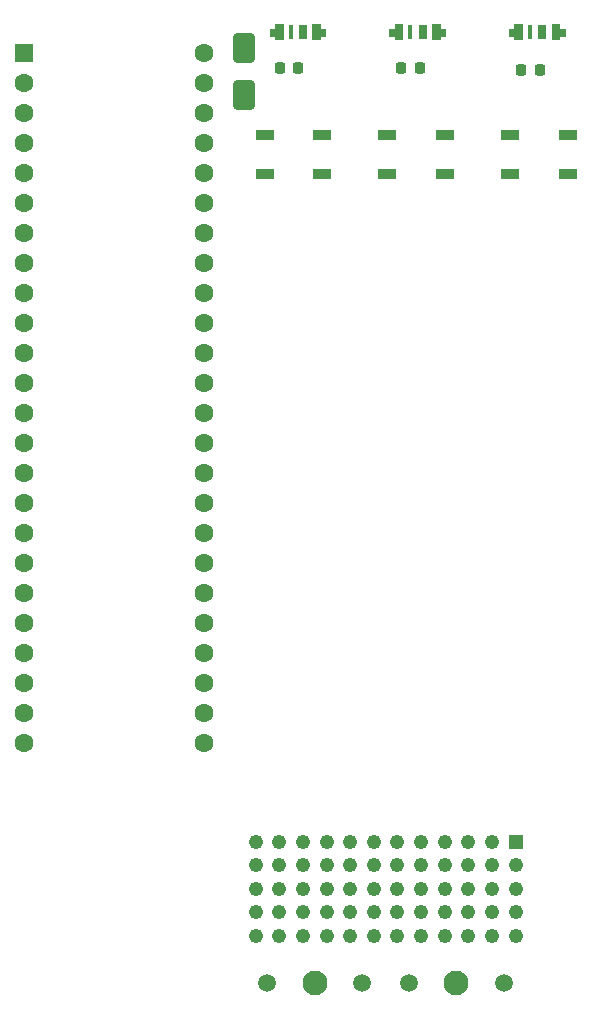
<source format=gbr>
%TF.GenerationSoftware,KiCad,Pcbnew,(7.0.0)*%
%TF.CreationDate,2023-02-28T21:07:10-08:00*%
%TF.ProjectId,semiactive,73656d69-6163-4746-9976-652e6b696361,rev?*%
%TF.SameCoordinates,Original*%
%TF.FileFunction,Soldermask,Top*%
%TF.FilePolarity,Negative*%
%FSLAX46Y46*%
G04 Gerber Fmt 4.6, Leading zero omitted, Abs format (unit mm)*
G04 Created by KiCad (PCBNEW (7.0.0)) date 2023-02-28 21:07:10*
%MOMM*%
%LPD*%
G01*
G04 APERTURE LIST*
G04 Aperture macros list*
%AMRoundRect*
0 Rectangle with rounded corners*
0 $1 Rounding radius*
0 $2 $3 $4 $5 $6 $7 $8 $9 X,Y pos of 4 corners*
0 Add a 4 corners polygon primitive as box body*
4,1,4,$2,$3,$4,$5,$6,$7,$8,$9,$2,$3,0*
0 Add four circle primitives for the rounded corners*
1,1,$1+$1,$2,$3*
1,1,$1+$1,$4,$5*
1,1,$1+$1,$6,$7*
1,1,$1+$1,$8,$9*
0 Add four rect primitives between the rounded corners*
20,1,$1+$1,$2,$3,$4,$5,0*
20,1,$1+$1,$4,$5,$6,$7,0*
20,1,$1+$1,$6,$7,$8,$9,0*
20,1,$1+$1,$8,$9,$2,$3,0*%
G04 Aperture macros list end*
%ADD10C,0.010000*%
%ADD11RoundRect,0.225000X0.225000X0.250000X-0.225000X0.250000X-0.225000X-0.250000X0.225000X-0.250000X0*%
%ADD12C,1.500000*%
%ADD13C,2.100000*%
%ADD14R,1.243000X1.243000*%
%ADD15C,1.243000*%
%ADD16R,0.700000X1.200000*%
%ADD17R,0.450000X1.200000*%
%ADD18R,1.600000X1.600000*%
%ADD19C,1.600000*%
%ADD20R,1.500000X0.900000*%
%ADD21RoundRect,0.250000X0.650000X-1.000000X0.650000X1.000000X-0.650000X1.000000X-0.650000X-1.000000X0*%
G04 APERTURE END LIST*
%TO.C,D3*%
G36*
X167749800Y-43274400D02*
G01*
X167099800Y-43274400D01*
X167099800Y-43024400D01*
X166649800Y-43024400D01*
X166649800Y-42374400D01*
X167099800Y-42374400D01*
X167099800Y-41974400D01*
X167749800Y-41974400D01*
X167749800Y-43274400D01*
G37*
D10*
X167749800Y-43274400D02*
X167099800Y-43274400D01*
X167099800Y-43024400D01*
X166649800Y-43024400D01*
X166649800Y-42374400D01*
X167099800Y-42374400D01*
X167099800Y-41974400D01*
X167749800Y-41974400D01*
X167749800Y-43274400D01*
G36*
X170899800Y-42374400D02*
G01*
X171349800Y-42374400D01*
X171349800Y-43024400D01*
X170899800Y-43024400D01*
X170899800Y-43274400D01*
X170249800Y-43274400D01*
X170249800Y-41974400D01*
X170899800Y-41974400D01*
X170899800Y-42374400D01*
G37*
X170899800Y-42374400D02*
X171349800Y-42374400D01*
X171349800Y-43024400D01*
X170899800Y-43024400D01*
X170899800Y-43274400D01*
X170249800Y-43274400D01*
X170249800Y-41974400D01*
X170899800Y-41974400D01*
X170899800Y-42374400D01*
%TO.C,D1*%
G36*
X188006800Y-43274400D02*
G01*
X187356800Y-43274400D01*
X187356800Y-43024400D01*
X186906800Y-43024400D01*
X186906800Y-42374400D01*
X187356800Y-42374400D01*
X187356800Y-41974400D01*
X188006800Y-41974400D01*
X188006800Y-43274400D01*
G37*
X188006800Y-43274400D02*
X187356800Y-43274400D01*
X187356800Y-43024400D01*
X186906800Y-43024400D01*
X186906800Y-42374400D01*
X187356800Y-42374400D01*
X187356800Y-41974400D01*
X188006800Y-41974400D01*
X188006800Y-43274400D01*
G36*
X191156800Y-42374400D02*
G01*
X191606800Y-42374400D01*
X191606800Y-43024400D01*
X191156800Y-43024400D01*
X191156800Y-43274400D01*
X190506800Y-43274400D01*
X190506800Y-41974400D01*
X191156800Y-41974400D01*
X191156800Y-42374400D01*
G37*
X191156800Y-42374400D02*
X191606800Y-42374400D01*
X191606800Y-43024400D01*
X191156800Y-43024400D01*
X191156800Y-43274400D01*
X190506800Y-43274400D01*
X190506800Y-41974400D01*
X191156800Y-41974400D01*
X191156800Y-42374400D01*
%TO.C,D2*%
G36*
X177878300Y-43274400D02*
G01*
X177228300Y-43274400D01*
X177228300Y-43024400D01*
X176778300Y-43024400D01*
X176778300Y-42374400D01*
X177228300Y-42374400D01*
X177228300Y-41974400D01*
X177878300Y-41974400D01*
X177878300Y-43274400D01*
G37*
X177878300Y-43274400D02*
X177228300Y-43274400D01*
X177228300Y-43024400D01*
X176778300Y-43024400D01*
X176778300Y-42374400D01*
X177228300Y-42374400D01*
X177228300Y-41974400D01*
X177878300Y-41974400D01*
X177878300Y-43274400D01*
G36*
X181028300Y-42374400D02*
G01*
X181478300Y-42374400D01*
X181478300Y-43024400D01*
X181028300Y-43024400D01*
X181028300Y-43274400D01*
X180378300Y-43274400D01*
X180378300Y-41974400D01*
X181028300Y-41974400D01*
X181028300Y-42374400D01*
G37*
X181028300Y-42374400D02*
X181478300Y-42374400D01*
X181478300Y-43024400D01*
X181028300Y-43024400D01*
X181028300Y-43274400D01*
X180378300Y-43274400D01*
X180378300Y-41974400D01*
X181028300Y-41974400D01*
X181028300Y-42374400D01*
%TD*%
D11*
%TO.C,C1*%
X169050000Y-45720000D03*
X167500000Y-45720000D03*
%TD*%
D12*
%TO.C,J1*%
X166451000Y-123189000D03*
D13*
X170451000Y-123189000D03*
D12*
X174451000Y-123189000D03*
X178451000Y-123189000D03*
D13*
X182451000Y-123189000D03*
D12*
X186451000Y-123189000D03*
D14*
X187450999Y-111188999D03*
D15*
X185451000Y-111189000D03*
X183451000Y-111189000D03*
X181451000Y-111189000D03*
X179451000Y-111189000D03*
X177451000Y-111189000D03*
X175451000Y-111189000D03*
X173451000Y-111189000D03*
X171451000Y-111189000D03*
X169451000Y-111189000D03*
X167451000Y-111189000D03*
X165451000Y-111189000D03*
X187451000Y-113189000D03*
X185451000Y-113189000D03*
X183451000Y-113189000D03*
X181451000Y-113189000D03*
X179451000Y-113189000D03*
X177451000Y-113189000D03*
X175451000Y-113189000D03*
X173451000Y-113189000D03*
X171451000Y-113189000D03*
X169451000Y-113189000D03*
X167451000Y-113189000D03*
X165451000Y-113189000D03*
X187451000Y-115189000D03*
X185451000Y-115189000D03*
X183451000Y-115189000D03*
X181451000Y-115189000D03*
X179451000Y-115189000D03*
X177451000Y-115189000D03*
X175451000Y-115189000D03*
X173451000Y-115189000D03*
X171451000Y-115189000D03*
X169451000Y-115189000D03*
X167451000Y-115189000D03*
X165451000Y-115189000D03*
X187451000Y-117189000D03*
X185451000Y-117189000D03*
X183451000Y-117189000D03*
X181451000Y-117189000D03*
X179451000Y-117189000D03*
X177451000Y-117189000D03*
X175451000Y-117189000D03*
X173451000Y-117189000D03*
X171451000Y-117189000D03*
X169451000Y-117189000D03*
X167451000Y-117189000D03*
X165451000Y-117189000D03*
X187451000Y-119189000D03*
X185451000Y-119189000D03*
X183451000Y-119189000D03*
X181451000Y-119189000D03*
X179451000Y-119189000D03*
X177451000Y-119189000D03*
X175451000Y-119189000D03*
X173451000Y-119189000D03*
X171451000Y-119189000D03*
X169451000Y-119189000D03*
X167451000Y-119189000D03*
X165451000Y-119189000D03*
%TD*%
D16*
%TO.C,D3*%
X169449799Y-42624399D03*
D17*
X168424799Y-42624399D03*
%TD*%
D16*
%TO.C,D1*%
X189706799Y-42624399D03*
D17*
X188681799Y-42624399D03*
%TD*%
D11*
%TO.C,C3*%
X189497000Y-45847000D03*
X187947000Y-45847000D03*
%TD*%
D18*
%TO.C,U1*%
X145795999Y-44449999D03*
D19*
X145796000Y-46990000D03*
X145796000Y-49530000D03*
X145796000Y-52070000D03*
X145796000Y-54610000D03*
X145796000Y-57150000D03*
X145796000Y-59690000D03*
X145796000Y-62230000D03*
X145796000Y-64770000D03*
X145796000Y-67310000D03*
X145796000Y-69850000D03*
X145796000Y-72390000D03*
X145796000Y-74930000D03*
X145796000Y-77470000D03*
X145796000Y-80010000D03*
X145796000Y-82550000D03*
X145796000Y-85090000D03*
X145796000Y-87630000D03*
X145796000Y-90170000D03*
X145796000Y-92710000D03*
X145796000Y-95250000D03*
X145796000Y-97790000D03*
X145796000Y-100330000D03*
X145796000Y-102870000D03*
X161036000Y-102870000D03*
X161036000Y-100330000D03*
X161036000Y-97790000D03*
X161036000Y-95250000D03*
X161036000Y-92710000D03*
X161036000Y-90170000D03*
X161036000Y-87630000D03*
X161036000Y-85090000D03*
X161036000Y-82550000D03*
X161036000Y-80010000D03*
X161036000Y-77470000D03*
X161036000Y-74930000D03*
X161036000Y-72390000D03*
X161036000Y-69850000D03*
X161036000Y-67310000D03*
X161036000Y-64770000D03*
X161036000Y-62230000D03*
X161036000Y-59690000D03*
X161036000Y-57150000D03*
X161036000Y-54610000D03*
X161036000Y-52070000D03*
X161036000Y-49530000D03*
X161036000Y-46990000D03*
X161036000Y-44450000D03*
%TD*%
D20*
%TO.C,D4*%
X191896999Y-54633999D03*
X191896999Y-51333999D03*
X186996999Y-51333999D03*
X186996999Y-54633999D03*
%TD*%
D11*
%TO.C,C2*%
X179337000Y-45720000D03*
X177787000Y-45720000D03*
%TD*%
D16*
%TO.C,D2*%
X179578299Y-42624399D03*
D17*
X178553299Y-42624399D03*
%TD*%
D20*
%TO.C,D6*%
X171105999Y-54633999D03*
X171105999Y-51333999D03*
X166205999Y-51333999D03*
X166205999Y-54633999D03*
%TD*%
%TO.C,D5*%
X181501499Y-54633999D03*
X181501499Y-51333999D03*
X176601499Y-51333999D03*
X176601499Y-54633999D03*
%TD*%
D21*
%TO.C,D7*%
X164465000Y-47974000D03*
X164465000Y-43974000D03*
%TD*%
M02*

</source>
